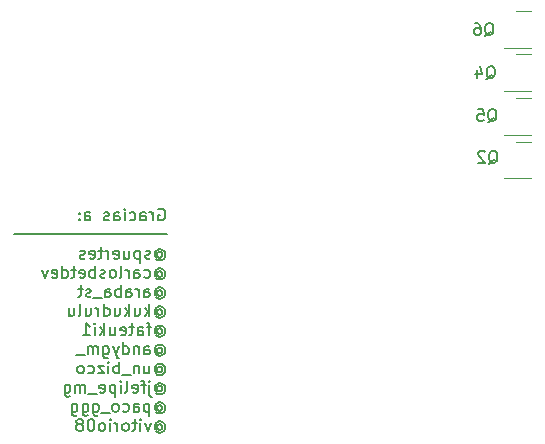
<source format=gbo>
G04 #@! TF.GenerationSoftware,KiCad,Pcbnew,7.0.1*
G04 #@! TF.CreationDate,2023-03-23T23:12:12+01:00*
G04 #@! TF.ProjectId,solarScavenger,736f6c61-7253-4636-9176-656e6765722e,rev?*
G04 #@! TF.SameCoordinates,Original*
G04 #@! TF.FileFunction,Legend,Bot*
G04 #@! TF.FilePolarity,Positive*
%FSLAX46Y46*%
G04 Gerber Fmt 4.6, Leading zero omitted, Abs format (unit mm)*
G04 Created by KiCad (PCBNEW 7.0.1) date 2023-03-23 23:12:12*
%MOMM*%
%LPD*%
G01*
G04 APERTURE LIST*
%ADD10C,0.150000*%
%ADD11C,0.120000*%
G04 APERTURE END LIST*
D10*
X-46278800Y1955800D02*
X-59232800Y1955800D01*
X-46989905Y4061162D02*
X-46894667Y4108781D01*
X-46894667Y4108781D02*
X-46751810Y4108781D01*
X-46751810Y4108781D02*
X-46608953Y4061162D01*
X-46608953Y4061162D02*
X-46513715Y3965924D01*
X-46513715Y3965924D02*
X-46466096Y3870686D01*
X-46466096Y3870686D02*
X-46418477Y3680210D01*
X-46418477Y3680210D02*
X-46418477Y3537353D01*
X-46418477Y3537353D02*
X-46466096Y3346877D01*
X-46466096Y3346877D02*
X-46513715Y3251639D01*
X-46513715Y3251639D02*
X-46608953Y3156400D01*
X-46608953Y3156400D02*
X-46751810Y3108781D01*
X-46751810Y3108781D02*
X-46847048Y3108781D01*
X-46847048Y3108781D02*
X-46989905Y3156400D01*
X-46989905Y3156400D02*
X-47037524Y3204020D01*
X-47037524Y3204020D02*
X-47037524Y3537353D01*
X-47037524Y3537353D02*
X-46847048Y3537353D01*
X-47466096Y3108781D02*
X-47466096Y3775448D01*
X-47466096Y3584972D02*
X-47513715Y3680210D01*
X-47513715Y3680210D02*
X-47561334Y3727829D01*
X-47561334Y3727829D02*
X-47656572Y3775448D01*
X-47656572Y3775448D02*
X-47751810Y3775448D01*
X-48513715Y3108781D02*
X-48513715Y3632591D01*
X-48513715Y3632591D02*
X-48466096Y3727829D01*
X-48466096Y3727829D02*
X-48370858Y3775448D01*
X-48370858Y3775448D02*
X-48180382Y3775448D01*
X-48180382Y3775448D02*
X-48085144Y3727829D01*
X-48513715Y3156400D02*
X-48418477Y3108781D01*
X-48418477Y3108781D02*
X-48180382Y3108781D01*
X-48180382Y3108781D02*
X-48085144Y3156400D01*
X-48085144Y3156400D02*
X-48037525Y3251639D01*
X-48037525Y3251639D02*
X-48037525Y3346877D01*
X-48037525Y3346877D02*
X-48085144Y3442115D01*
X-48085144Y3442115D02*
X-48180382Y3489734D01*
X-48180382Y3489734D02*
X-48418477Y3489734D01*
X-48418477Y3489734D02*
X-48513715Y3537353D01*
X-49418477Y3156400D02*
X-49323239Y3108781D01*
X-49323239Y3108781D02*
X-49132763Y3108781D01*
X-49132763Y3108781D02*
X-49037525Y3156400D01*
X-49037525Y3156400D02*
X-48989906Y3204020D01*
X-48989906Y3204020D02*
X-48942287Y3299258D01*
X-48942287Y3299258D02*
X-48942287Y3584972D01*
X-48942287Y3584972D02*
X-48989906Y3680210D01*
X-48989906Y3680210D02*
X-49037525Y3727829D01*
X-49037525Y3727829D02*
X-49132763Y3775448D01*
X-49132763Y3775448D02*
X-49323239Y3775448D01*
X-49323239Y3775448D02*
X-49418477Y3727829D01*
X-49847049Y3108781D02*
X-49847049Y3775448D01*
X-49847049Y4108781D02*
X-49799430Y4061162D01*
X-49799430Y4061162D02*
X-49847049Y4013543D01*
X-49847049Y4013543D02*
X-49894668Y4061162D01*
X-49894668Y4061162D02*
X-49847049Y4108781D01*
X-49847049Y4108781D02*
X-49847049Y4013543D01*
X-50751810Y3108781D02*
X-50751810Y3632591D01*
X-50751810Y3632591D02*
X-50704191Y3727829D01*
X-50704191Y3727829D02*
X-50608953Y3775448D01*
X-50608953Y3775448D02*
X-50418477Y3775448D01*
X-50418477Y3775448D02*
X-50323239Y3727829D01*
X-50751810Y3156400D02*
X-50656572Y3108781D01*
X-50656572Y3108781D02*
X-50418477Y3108781D01*
X-50418477Y3108781D02*
X-50323239Y3156400D01*
X-50323239Y3156400D02*
X-50275620Y3251639D01*
X-50275620Y3251639D02*
X-50275620Y3346877D01*
X-50275620Y3346877D02*
X-50323239Y3442115D01*
X-50323239Y3442115D02*
X-50418477Y3489734D01*
X-50418477Y3489734D02*
X-50656572Y3489734D01*
X-50656572Y3489734D02*
X-50751810Y3537353D01*
X-51180382Y3156400D02*
X-51275620Y3108781D01*
X-51275620Y3108781D02*
X-51466096Y3108781D01*
X-51466096Y3108781D02*
X-51561334Y3156400D01*
X-51561334Y3156400D02*
X-51608953Y3251639D01*
X-51608953Y3251639D02*
X-51608953Y3299258D01*
X-51608953Y3299258D02*
X-51561334Y3394496D01*
X-51561334Y3394496D02*
X-51466096Y3442115D01*
X-51466096Y3442115D02*
X-51323239Y3442115D01*
X-51323239Y3442115D02*
X-51228001Y3489734D01*
X-51228001Y3489734D02*
X-51180382Y3584972D01*
X-51180382Y3584972D02*
X-51180382Y3632591D01*
X-51180382Y3632591D02*
X-51228001Y3727829D01*
X-51228001Y3727829D02*
X-51323239Y3775448D01*
X-51323239Y3775448D02*
X-51466096Y3775448D01*
X-51466096Y3775448D02*
X-51561334Y3727829D01*
X-53228001Y3108781D02*
X-53228001Y3632591D01*
X-53228001Y3632591D02*
X-53180382Y3727829D01*
X-53180382Y3727829D02*
X-53085144Y3775448D01*
X-53085144Y3775448D02*
X-52894668Y3775448D01*
X-52894668Y3775448D02*
X-52799430Y3727829D01*
X-53228001Y3156400D02*
X-53132763Y3108781D01*
X-53132763Y3108781D02*
X-52894668Y3108781D01*
X-52894668Y3108781D02*
X-52799430Y3156400D01*
X-52799430Y3156400D02*
X-52751811Y3251639D01*
X-52751811Y3251639D02*
X-52751811Y3346877D01*
X-52751811Y3346877D02*
X-52799430Y3442115D01*
X-52799430Y3442115D02*
X-52894668Y3489734D01*
X-52894668Y3489734D02*
X-53132763Y3489734D01*
X-53132763Y3489734D02*
X-53228001Y3537353D01*
X-53704192Y3204020D02*
X-53751811Y3156400D01*
X-53751811Y3156400D02*
X-53704192Y3108781D01*
X-53704192Y3108781D02*
X-53656573Y3156400D01*
X-53656573Y3156400D02*
X-53704192Y3204020D01*
X-53704192Y3204020D02*
X-53704192Y3108781D01*
X-53704192Y3727829D02*
X-53751811Y3680210D01*
X-53751811Y3680210D02*
X-53704192Y3632591D01*
X-53704192Y3632591D02*
X-53656573Y3680210D01*
X-53656573Y3680210D02*
X-53704192Y3727829D01*
X-53704192Y3727829D02*
X-53704192Y3632591D01*
X-47085143Y344972D02*
X-47037524Y392591D01*
X-47037524Y392591D02*
X-46942286Y440210D01*
X-46942286Y440210D02*
X-46847048Y440210D01*
X-46847048Y440210D02*
X-46751810Y392591D01*
X-46751810Y392591D02*
X-46704191Y344972D01*
X-46704191Y344972D02*
X-46656572Y249734D01*
X-46656572Y249734D02*
X-46656572Y154496D01*
X-46656572Y154496D02*
X-46704191Y59258D01*
X-46704191Y59258D02*
X-46751810Y11639D01*
X-46751810Y11639D02*
X-46847048Y-35980D01*
X-46847048Y-35980D02*
X-46942286Y-35980D01*
X-46942286Y-35980D02*
X-47037524Y11639D01*
X-47037524Y11639D02*
X-47085143Y59258D01*
X-47085143Y440210D02*
X-47085143Y59258D01*
X-47085143Y59258D02*
X-47132762Y11639D01*
X-47132762Y11639D02*
X-47180381Y11639D01*
X-47180381Y11639D02*
X-47275620Y59258D01*
X-47275620Y59258D02*
X-47323239Y154496D01*
X-47323239Y154496D02*
X-47323239Y392591D01*
X-47323239Y392591D02*
X-47228000Y535448D01*
X-47228000Y535448D02*
X-47085143Y630686D01*
X-47085143Y630686D02*
X-46894667Y678305D01*
X-46894667Y678305D02*
X-46704191Y630686D01*
X-46704191Y630686D02*
X-46561334Y535448D01*
X-46561334Y535448D02*
X-46466096Y392591D01*
X-46466096Y392591D02*
X-46418477Y202115D01*
X-46418477Y202115D02*
X-46466096Y11639D01*
X-46466096Y11639D02*
X-46561334Y-131219D01*
X-46561334Y-131219D02*
X-46704191Y-226457D01*
X-46704191Y-226457D02*
X-46894667Y-274076D01*
X-46894667Y-274076D02*
X-47085143Y-226457D01*
X-47085143Y-226457D02*
X-47228000Y-131219D01*
X-47704191Y-83600D02*
X-47799429Y-131219D01*
X-47799429Y-131219D02*
X-47989905Y-131219D01*
X-47989905Y-131219D02*
X-48085143Y-83600D01*
X-48085143Y-83600D02*
X-48132762Y11639D01*
X-48132762Y11639D02*
X-48132762Y59258D01*
X-48132762Y59258D02*
X-48085143Y154496D01*
X-48085143Y154496D02*
X-47989905Y202115D01*
X-47989905Y202115D02*
X-47847048Y202115D01*
X-47847048Y202115D02*
X-47751810Y249734D01*
X-47751810Y249734D02*
X-47704191Y344972D01*
X-47704191Y344972D02*
X-47704191Y392591D01*
X-47704191Y392591D02*
X-47751810Y487829D01*
X-47751810Y487829D02*
X-47847048Y535448D01*
X-47847048Y535448D02*
X-47989905Y535448D01*
X-47989905Y535448D02*
X-48085143Y487829D01*
X-48561334Y535448D02*
X-48561334Y-464552D01*
X-48561334Y487829D02*
X-48656572Y535448D01*
X-48656572Y535448D02*
X-48847048Y535448D01*
X-48847048Y535448D02*
X-48942286Y487829D01*
X-48942286Y487829D02*
X-48989905Y440210D01*
X-48989905Y440210D02*
X-49037524Y344972D01*
X-49037524Y344972D02*
X-49037524Y59258D01*
X-49037524Y59258D02*
X-48989905Y-35980D01*
X-48989905Y-35980D02*
X-48942286Y-83600D01*
X-48942286Y-83600D02*
X-48847048Y-131219D01*
X-48847048Y-131219D02*
X-48656572Y-131219D01*
X-48656572Y-131219D02*
X-48561334Y-83600D01*
X-49894667Y535448D02*
X-49894667Y-131219D01*
X-49466096Y535448D02*
X-49466096Y11639D01*
X-49466096Y11639D02*
X-49513715Y-83600D01*
X-49513715Y-83600D02*
X-49608953Y-131219D01*
X-49608953Y-131219D02*
X-49751810Y-131219D01*
X-49751810Y-131219D02*
X-49847048Y-83600D01*
X-49847048Y-83600D02*
X-49894667Y-35980D01*
X-50751810Y-83600D02*
X-50656572Y-131219D01*
X-50656572Y-131219D02*
X-50466096Y-131219D01*
X-50466096Y-131219D02*
X-50370858Y-83600D01*
X-50370858Y-83600D02*
X-50323239Y11639D01*
X-50323239Y11639D02*
X-50323239Y392591D01*
X-50323239Y392591D02*
X-50370858Y487829D01*
X-50370858Y487829D02*
X-50466096Y535448D01*
X-50466096Y535448D02*
X-50656572Y535448D01*
X-50656572Y535448D02*
X-50751810Y487829D01*
X-50751810Y487829D02*
X-50799429Y392591D01*
X-50799429Y392591D02*
X-50799429Y297353D01*
X-50799429Y297353D02*
X-50323239Y202115D01*
X-51228001Y-131219D02*
X-51228001Y535448D01*
X-51228001Y344972D02*
X-51275620Y440210D01*
X-51275620Y440210D02*
X-51323239Y487829D01*
X-51323239Y487829D02*
X-51418477Y535448D01*
X-51418477Y535448D02*
X-51513715Y535448D01*
X-51704192Y535448D02*
X-52085144Y535448D01*
X-51847049Y868781D02*
X-51847049Y11639D01*
X-51847049Y11639D02*
X-51894668Y-83600D01*
X-51894668Y-83600D02*
X-51989906Y-131219D01*
X-51989906Y-131219D02*
X-52085144Y-131219D01*
X-52799430Y-83600D02*
X-52704192Y-131219D01*
X-52704192Y-131219D02*
X-52513716Y-131219D01*
X-52513716Y-131219D02*
X-52418478Y-83600D01*
X-52418478Y-83600D02*
X-52370859Y11639D01*
X-52370859Y11639D02*
X-52370859Y392591D01*
X-52370859Y392591D02*
X-52418478Y487829D01*
X-52418478Y487829D02*
X-52513716Y535448D01*
X-52513716Y535448D02*
X-52704192Y535448D01*
X-52704192Y535448D02*
X-52799430Y487829D01*
X-52799430Y487829D02*
X-52847049Y392591D01*
X-52847049Y392591D02*
X-52847049Y297353D01*
X-52847049Y297353D02*
X-52370859Y202115D01*
X-53228002Y-83600D02*
X-53323240Y-131219D01*
X-53323240Y-131219D02*
X-53513716Y-131219D01*
X-53513716Y-131219D02*
X-53608954Y-83600D01*
X-53608954Y-83600D02*
X-53656573Y11639D01*
X-53656573Y11639D02*
X-53656573Y59258D01*
X-53656573Y59258D02*
X-53608954Y154496D01*
X-53608954Y154496D02*
X-53513716Y202115D01*
X-53513716Y202115D02*
X-53370859Y202115D01*
X-53370859Y202115D02*
X-53275621Y249734D01*
X-53275621Y249734D02*
X-53228002Y344972D01*
X-53228002Y344972D02*
X-53228002Y392591D01*
X-53228002Y392591D02*
X-53275621Y487829D01*
X-53275621Y487829D02*
X-53370859Y535448D01*
X-53370859Y535448D02*
X-53513716Y535448D01*
X-53513716Y535448D02*
X-53608954Y487829D01*
X-47085143Y-1275028D02*
X-47037524Y-1227409D01*
X-47037524Y-1227409D02*
X-46942286Y-1179790D01*
X-46942286Y-1179790D02*
X-46847048Y-1179790D01*
X-46847048Y-1179790D02*
X-46751810Y-1227409D01*
X-46751810Y-1227409D02*
X-46704191Y-1275028D01*
X-46704191Y-1275028D02*
X-46656572Y-1370266D01*
X-46656572Y-1370266D02*
X-46656572Y-1465504D01*
X-46656572Y-1465504D02*
X-46704191Y-1560742D01*
X-46704191Y-1560742D02*
X-46751810Y-1608361D01*
X-46751810Y-1608361D02*
X-46847048Y-1655980D01*
X-46847048Y-1655980D02*
X-46942286Y-1655980D01*
X-46942286Y-1655980D02*
X-47037524Y-1608361D01*
X-47037524Y-1608361D02*
X-47085143Y-1560742D01*
X-47085143Y-1179790D02*
X-47085143Y-1560742D01*
X-47085143Y-1560742D02*
X-47132762Y-1608361D01*
X-47132762Y-1608361D02*
X-47180381Y-1608361D01*
X-47180381Y-1608361D02*
X-47275620Y-1560742D01*
X-47275620Y-1560742D02*
X-47323239Y-1465504D01*
X-47323239Y-1465504D02*
X-47323239Y-1227409D01*
X-47323239Y-1227409D02*
X-47228000Y-1084552D01*
X-47228000Y-1084552D02*
X-47085143Y-989314D01*
X-47085143Y-989314D02*
X-46894667Y-941695D01*
X-46894667Y-941695D02*
X-46704191Y-989314D01*
X-46704191Y-989314D02*
X-46561334Y-1084552D01*
X-46561334Y-1084552D02*
X-46466096Y-1227409D01*
X-46466096Y-1227409D02*
X-46418477Y-1417885D01*
X-46418477Y-1417885D02*
X-46466096Y-1608361D01*
X-46466096Y-1608361D02*
X-46561334Y-1751219D01*
X-46561334Y-1751219D02*
X-46704191Y-1846457D01*
X-46704191Y-1846457D02*
X-46894667Y-1894076D01*
X-46894667Y-1894076D02*
X-47085143Y-1846457D01*
X-47085143Y-1846457D02*
X-47228000Y-1751219D01*
X-48180381Y-1703600D02*
X-48085143Y-1751219D01*
X-48085143Y-1751219D02*
X-47894667Y-1751219D01*
X-47894667Y-1751219D02*
X-47799429Y-1703600D01*
X-47799429Y-1703600D02*
X-47751810Y-1655980D01*
X-47751810Y-1655980D02*
X-47704191Y-1560742D01*
X-47704191Y-1560742D02*
X-47704191Y-1275028D01*
X-47704191Y-1275028D02*
X-47751810Y-1179790D01*
X-47751810Y-1179790D02*
X-47799429Y-1132171D01*
X-47799429Y-1132171D02*
X-47894667Y-1084552D01*
X-47894667Y-1084552D02*
X-48085143Y-1084552D01*
X-48085143Y-1084552D02*
X-48180381Y-1132171D01*
X-49037524Y-1751219D02*
X-49037524Y-1227409D01*
X-49037524Y-1227409D02*
X-48989905Y-1132171D01*
X-48989905Y-1132171D02*
X-48894667Y-1084552D01*
X-48894667Y-1084552D02*
X-48704191Y-1084552D01*
X-48704191Y-1084552D02*
X-48608953Y-1132171D01*
X-49037524Y-1703600D02*
X-48942286Y-1751219D01*
X-48942286Y-1751219D02*
X-48704191Y-1751219D01*
X-48704191Y-1751219D02*
X-48608953Y-1703600D01*
X-48608953Y-1703600D02*
X-48561334Y-1608361D01*
X-48561334Y-1608361D02*
X-48561334Y-1513123D01*
X-48561334Y-1513123D02*
X-48608953Y-1417885D01*
X-48608953Y-1417885D02*
X-48704191Y-1370266D01*
X-48704191Y-1370266D02*
X-48942286Y-1370266D01*
X-48942286Y-1370266D02*
X-49037524Y-1322647D01*
X-49513715Y-1751219D02*
X-49513715Y-1084552D01*
X-49513715Y-1275028D02*
X-49561334Y-1179790D01*
X-49561334Y-1179790D02*
X-49608953Y-1132171D01*
X-49608953Y-1132171D02*
X-49704191Y-1084552D01*
X-49704191Y-1084552D02*
X-49799429Y-1084552D01*
X-50275620Y-1751219D02*
X-50180382Y-1703600D01*
X-50180382Y-1703600D02*
X-50132763Y-1608361D01*
X-50132763Y-1608361D02*
X-50132763Y-751219D01*
X-50799430Y-1751219D02*
X-50704192Y-1703600D01*
X-50704192Y-1703600D02*
X-50656573Y-1655980D01*
X-50656573Y-1655980D02*
X-50608954Y-1560742D01*
X-50608954Y-1560742D02*
X-50608954Y-1275028D01*
X-50608954Y-1275028D02*
X-50656573Y-1179790D01*
X-50656573Y-1179790D02*
X-50704192Y-1132171D01*
X-50704192Y-1132171D02*
X-50799430Y-1084552D01*
X-50799430Y-1084552D02*
X-50942287Y-1084552D01*
X-50942287Y-1084552D02*
X-51037525Y-1132171D01*
X-51037525Y-1132171D02*
X-51085144Y-1179790D01*
X-51085144Y-1179790D02*
X-51132763Y-1275028D01*
X-51132763Y-1275028D02*
X-51132763Y-1560742D01*
X-51132763Y-1560742D02*
X-51085144Y-1655980D01*
X-51085144Y-1655980D02*
X-51037525Y-1703600D01*
X-51037525Y-1703600D02*
X-50942287Y-1751219D01*
X-50942287Y-1751219D02*
X-50799430Y-1751219D01*
X-51513716Y-1703600D02*
X-51608954Y-1751219D01*
X-51608954Y-1751219D02*
X-51799430Y-1751219D01*
X-51799430Y-1751219D02*
X-51894668Y-1703600D01*
X-51894668Y-1703600D02*
X-51942287Y-1608361D01*
X-51942287Y-1608361D02*
X-51942287Y-1560742D01*
X-51942287Y-1560742D02*
X-51894668Y-1465504D01*
X-51894668Y-1465504D02*
X-51799430Y-1417885D01*
X-51799430Y-1417885D02*
X-51656573Y-1417885D01*
X-51656573Y-1417885D02*
X-51561335Y-1370266D01*
X-51561335Y-1370266D02*
X-51513716Y-1275028D01*
X-51513716Y-1275028D02*
X-51513716Y-1227409D01*
X-51513716Y-1227409D02*
X-51561335Y-1132171D01*
X-51561335Y-1132171D02*
X-51656573Y-1084552D01*
X-51656573Y-1084552D02*
X-51799430Y-1084552D01*
X-51799430Y-1084552D02*
X-51894668Y-1132171D01*
X-52370859Y-1751219D02*
X-52370859Y-751219D01*
X-52370859Y-1132171D02*
X-52466097Y-1084552D01*
X-52466097Y-1084552D02*
X-52656573Y-1084552D01*
X-52656573Y-1084552D02*
X-52751811Y-1132171D01*
X-52751811Y-1132171D02*
X-52799430Y-1179790D01*
X-52799430Y-1179790D02*
X-52847049Y-1275028D01*
X-52847049Y-1275028D02*
X-52847049Y-1560742D01*
X-52847049Y-1560742D02*
X-52799430Y-1655980D01*
X-52799430Y-1655980D02*
X-52751811Y-1703600D01*
X-52751811Y-1703600D02*
X-52656573Y-1751219D01*
X-52656573Y-1751219D02*
X-52466097Y-1751219D01*
X-52466097Y-1751219D02*
X-52370859Y-1703600D01*
X-53656573Y-1703600D02*
X-53561335Y-1751219D01*
X-53561335Y-1751219D02*
X-53370859Y-1751219D01*
X-53370859Y-1751219D02*
X-53275621Y-1703600D01*
X-53275621Y-1703600D02*
X-53228002Y-1608361D01*
X-53228002Y-1608361D02*
X-53228002Y-1227409D01*
X-53228002Y-1227409D02*
X-53275621Y-1132171D01*
X-53275621Y-1132171D02*
X-53370859Y-1084552D01*
X-53370859Y-1084552D02*
X-53561335Y-1084552D01*
X-53561335Y-1084552D02*
X-53656573Y-1132171D01*
X-53656573Y-1132171D02*
X-53704192Y-1227409D01*
X-53704192Y-1227409D02*
X-53704192Y-1322647D01*
X-53704192Y-1322647D02*
X-53228002Y-1417885D01*
X-53989907Y-1084552D02*
X-54370859Y-1084552D01*
X-54132764Y-751219D02*
X-54132764Y-1608361D01*
X-54132764Y-1608361D02*
X-54180383Y-1703600D01*
X-54180383Y-1703600D02*
X-54275621Y-1751219D01*
X-54275621Y-1751219D02*
X-54370859Y-1751219D01*
X-55132764Y-1751219D02*
X-55132764Y-751219D01*
X-55132764Y-1703600D02*
X-55037526Y-1751219D01*
X-55037526Y-1751219D02*
X-54847050Y-1751219D01*
X-54847050Y-1751219D02*
X-54751812Y-1703600D01*
X-54751812Y-1703600D02*
X-54704193Y-1655980D01*
X-54704193Y-1655980D02*
X-54656574Y-1560742D01*
X-54656574Y-1560742D02*
X-54656574Y-1275028D01*
X-54656574Y-1275028D02*
X-54704193Y-1179790D01*
X-54704193Y-1179790D02*
X-54751812Y-1132171D01*
X-54751812Y-1132171D02*
X-54847050Y-1084552D01*
X-54847050Y-1084552D02*
X-55037526Y-1084552D01*
X-55037526Y-1084552D02*
X-55132764Y-1132171D01*
X-55989907Y-1703600D02*
X-55894669Y-1751219D01*
X-55894669Y-1751219D02*
X-55704193Y-1751219D01*
X-55704193Y-1751219D02*
X-55608955Y-1703600D01*
X-55608955Y-1703600D02*
X-55561336Y-1608361D01*
X-55561336Y-1608361D02*
X-55561336Y-1227409D01*
X-55561336Y-1227409D02*
X-55608955Y-1132171D01*
X-55608955Y-1132171D02*
X-55704193Y-1084552D01*
X-55704193Y-1084552D02*
X-55894669Y-1084552D01*
X-55894669Y-1084552D02*
X-55989907Y-1132171D01*
X-55989907Y-1132171D02*
X-56037526Y-1227409D01*
X-56037526Y-1227409D02*
X-56037526Y-1322647D01*
X-56037526Y-1322647D02*
X-55561336Y-1417885D01*
X-56370860Y-1084552D02*
X-56608955Y-1751219D01*
X-56608955Y-1751219D02*
X-56847050Y-1084552D01*
X-47085143Y-2895028D02*
X-47037524Y-2847409D01*
X-47037524Y-2847409D02*
X-46942286Y-2799790D01*
X-46942286Y-2799790D02*
X-46847048Y-2799790D01*
X-46847048Y-2799790D02*
X-46751810Y-2847409D01*
X-46751810Y-2847409D02*
X-46704191Y-2895028D01*
X-46704191Y-2895028D02*
X-46656572Y-2990266D01*
X-46656572Y-2990266D02*
X-46656572Y-3085504D01*
X-46656572Y-3085504D02*
X-46704191Y-3180742D01*
X-46704191Y-3180742D02*
X-46751810Y-3228361D01*
X-46751810Y-3228361D02*
X-46847048Y-3275980D01*
X-46847048Y-3275980D02*
X-46942286Y-3275980D01*
X-46942286Y-3275980D02*
X-47037524Y-3228361D01*
X-47037524Y-3228361D02*
X-47085143Y-3180742D01*
X-47085143Y-2799790D02*
X-47085143Y-3180742D01*
X-47085143Y-3180742D02*
X-47132762Y-3228361D01*
X-47132762Y-3228361D02*
X-47180381Y-3228361D01*
X-47180381Y-3228361D02*
X-47275620Y-3180742D01*
X-47275620Y-3180742D02*
X-47323239Y-3085504D01*
X-47323239Y-3085504D02*
X-47323239Y-2847409D01*
X-47323239Y-2847409D02*
X-47228000Y-2704552D01*
X-47228000Y-2704552D02*
X-47085143Y-2609314D01*
X-47085143Y-2609314D02*
X-46894667Y-2561695D01*
X-46894667Y-2561695D02*
X-46704191Y-2609314D01*
X-46704191Y-2609314D02*
X-46561334Y-2704552D01*
X-46561334Y-2704552D02*
X-46466096Y-2847409D01*
X-46466096Y-2847409D02*
X-46418477Y-3037885D01*
X-46418477Y-3037885D02*
X-46466096Y-3228361D01*
X-46466096Y-3228361D02*
X-46561334Y-3371219D01*
X-46561334Y-3371219D02*
X-46704191Y-3466457D01*
X-46704191Y-3466457D02*
X-46894667Y-3514076D01*
X-46894667Y-3514076D02*
X-47085143Y-3466457D01*
X-47085143Y-3466457D02*
X-47228000Y-3371219D01*
X-48180381Y-3371219D02*
X-48180381Y-2847409D01*
X-48180381Y-2847409D02*
X-48132762Y-2752171D01*
X-48132762Y-2752171D02*
X-48037524Y-2704552D01*
X-48037524Y-2704552D02*
X-47847048Y-2704552D01*
X-47847048Y-2704552D02*
X-47751810Y-2752171D01*
X-48180381Y-3323600D02*
X-48085143Y-3371219D01*
X-48085143Y-3371219D02*
X-47847048Y-3371219D01*
X-47847048Y-3371219D02*
X-47751810Y-3323600D01*
X-47751810Y-3323600D02*
X-47704191Y-3228361D01*
X-47704191Y-3228361D02*
X-47704191Y-3133123D01*
X-47704191Y-3133123D02*
X-47751810Y-3037885D01*
X-47751810Y-3037885D02*
X-47847048Y-2990266D01*
X-47847048Y-2990266D02*
X-48085143Y-2990266D01*
X-48085143Y-2990266D02*
X-48180381Y-2942647D01*
X-48656572Y-3371219D02*
X-48656572Y-2704552D01*
X-48656572Y-2895028D02*
X-48704191Y-2799790D01*
X-48704191Y-2799790D02*
X-48751810Y-2752171D01*
X-48751810Y-2752171D02*
X-48847048Y-2704552D01*
X-48847048Y-2704552D02*
X-48942286Y-2704552D01*
X-49704191Y-3371219D02*
X-49704191Y-2847409D01*
X-49704191Y-2847409D02*
X-49656572Y-2752171D01*
X-49656572Y-2752171D02*
X-49561334Y-2704552D01*
X-49561334Y-2704552D02*
X-49370858Y-2704552D01*
X-49370858Y-2704552D02*
X-49275620Y-2752171D01*
X-49704191Y-3323600D02*
X-49608953Y-3371219D01*
X-49608953Y-3371219D02*
X-49370858Y-3371219D01*
X-49370858Y-3371219D02*
X-49275620Y-3323600D01*
X-49275620Y-3323600D02*
X-49228001Y-3228361D01*
X-49228001Y-3228361D02*
X-49228001Y-3133123D01*
X-49228001Y-3133123D02*
X-49275620Y-3037885D01*
X-49275620Y-3037885D02*
X-49370858Y-2990266D01*
X-49370858Y-2990266D02*
X-49608953Y-2990266D01*
X-49608953Y-2990266D02*
X-49704191Y-2942647D01*
X-50180382Y-3371219D02*
X-50180382Y-2371219D01*
X-50180382Y-2752171D02*
X-50275620Y-2704552D01*
X-50275620Y-2704552D02*
X-50466096Y-2704552D01*
X-50466096Y-2704552D02*
X-50561334Y-2752171D01*
X-50561334Y-2752171D02*
X-50608953Y-2799790D01*
X-50608953Y-2799790D02*
X-50656572Y-2895028D01*
X-50656572Y-2895028D02*
X-50656572Y-3180742D01*
X-50656572Y-3180742D02*
X-50608953Y-3275980D01*
X-50608953Y-3275980D02*
X-50561334Y-3323600D01*
X-50561334Y-3323600D02*
X-50466096Y-3371219D01*
X-50466096Y-3371219D02*
X-50275620Y-3371219D01*
X-50275620Y-3371219D02*
X-50180382Y-3323600D01*
X-51513715Y-3371219D02*
X-51513715Y-2847409D01*
X-51513715Y-2847409D02*
X-51466096Y-2752171D01*
X-51466096Y-2752171D02*
X-51370858Y-2704552D01*
X-51370858Y-2704552D02*
X-51180382Y-2704552D01*
X-51180382Y-2704552D02*
X-51085144Y-2752171D01*
X-51513715Y-3323600D02*
X-51418477Y-3371219D01*
X-51418477Y-3371219D02*
X-51180382Y-3371219D01*
X-51180382Y-3371219D02*
X-51085144Y-3323600D01*
X-51085144Y-3323600D02*
X-51037525Y-3228361D01*
X-51037525Y-3228361D02*
X-51037525Y-3133123D01*
X-51037525Y-3133123D02*
X-51085144Y-3037885D01*
X-51085144Y-3037885D02*
X-51180382Y-2990266D01*
X-51180382Y-2990266D02*
X-51418477Y-2990266D01*
X-51418477Y-2990266D02*
X-51513715Y-2942647D01*
X-51751810Y-3466457D02*
X-52513715Y-3466457D01*
X-52704192Y-3323600D02*
X-52799430Y-3371219D01*
X-52799430Y-3371219D02*
X-52989906Y-3371219D01*
X-52989906Y-3371219D02*
X-53085144Y-3323600D01*
X-53085144Y-3323600D02*
X-53132763Y-3228361D01*
X-53132763Y-3228361D02*
X-53132763Y-3180742D01*
X-53132763Y-3180742D02*
X-53085144Y-3085504D01*
X-53085144Y-3085504D02*
X-52989906Y-3037885D01*
X-52989906Y-3037885D02*
X-52847049Y-3037885D01*
X-52847049Y-3037885D02*
X-52751811Y-2990266D01*
X-52751811Y-2990266D02*
X-52704192Y-2895028D01*
X-52704192Y-2895028D02*
X-52704192Y-2847409D01*
X-52704192Y-2847409D02*
X-52751811Y-2752171D01*
X-52751811Y-2752171D02*
X-52847049Y-2704552D01*
X-52847049Y-2704552D02*
X-52989906Y-2704552D01*
X-52989906Y-2704552D02*
X-53085144Y-2752171D01*
X-53418478Y-2704552D02*
X-53799430Y-2704552D01*
X-53561335Y-2371219D02*
X-53561335Y-3228361D01*
X-53561335Y-3228361D02*
X-53608954Y-3323600D01*
X-53608954Y-3323600D02*
X-53704192Y-3371219D01*
X-53704192Y-3371219D02*
X-53799430Y-3371219D01*
X-47085143Y-4515028D02*
X-47037524Y-4467409D01*
X-47037524Y-4467409D02*
X-46942286Y-4419790D01*
X-46942286Y-4419790D02*
X-46847048Y-4419790D01*
X-46847048Y-4419790D02*
X-46751810Y-4467409D01*
X-46751810Y-4467409D02*
X-46704191Y-4515028D01*
X-46704191Y-4515028D02*
X-46656572Y-4610266D01*
X-46656572Y-4610266D02*
X-46656572Y-4705504D01*
X-46656572Y-4705504D02*
X-46704191Y-4800742D01*
X-46704191Y-4800742D02*
X-46751810Y-4848361D01*
X-46751810Y-4848361D02*
X-46847048Y-4895980D01*
X-46847048Y-4895980D02*
X-46942286Y-4895980D01*
X-46942286Y-4895980D02*
X-47037524Y-4848361D01*
X-47037524Y-4848361D02*
X-47085143Y-4800742D01*
X-47085143Y-4419790D02*
X-47085143Y-4800742D01*
X-47085143Y-4800742D02*
X-47132762Y-4848361D01*
X-47132762Y-4848361D02*
X-47180381Y-4848361D01*
X-47180381Y-4848361D02*
X-47275620Y-4800742D01*
X-47275620Y-4800742D02*
X-47323239Y-4705504D01*
X-47323239Y-4705504D02*
X-47323239Y-4467409D01*
X-47323239Y-4467409D02*
X-47228000Y-4324552D01*
X-47228000Y-4324552D02*
X-47085143Y-4229314D01*
X-47085143Y-4229314D02*
X-46894667Y-4181695D01*
X-46894667Y-4181695D02*
X-46704191Y-4229314D01*
X-46704191Y-4229314D02*
X-46561334Y-4324552D01*
X-46561334Y-4324552D02*
X-46466096Y-4467409D01*
X-46466096Y-4467409D02*
X-46418477Y-4657885D01*
X-46418477Y-4657885D02*
X-46466096Y-4848361D01*
X-46466096Y-4848361D02*
X-46561334Y-4991219D01*
X-46561334Y-4991219D02*
X-46704191Y-5086457D01*
X-46704191Y-5086457D02*
X-46894667Y-5134076D01*
X-46894667Y-5134076D02*
X-47085143Y-5086457D01*
X-47085143Y-5086457D02*
X-47228000Y-4991219D01*
X-47751810Y-4991219D02*
X-47751810Y-3991219D01*
X-47847048Y-4610266D02*
X-48132762Y-4991219D01*
X-48132762Y-4324552D02*
X-47751810Y-4705504D01*
X-48989905Y-4324552D02*
X-48989905Y-4991219D01*
X-48561334Y-4324552D02*
X-48561334Y-4848361D01*
X-48561334Y-4848361D02*
X-48608953Y-4943600D01*
X-48608953Y-4943600D02*
X-48704191Y-4991219D01*
X-48704191Y-4991219D02*
X-48847048Y-4991219D01*
X-48847048Y-4991219D02*
X-48942286Y-4943600D01*
X-48942286Y-4943600D02*
X-48989905Y-4895980D01*
X-49466096Y-4991219D02*
X-49466096Y-3991219D01*
X-49561334Y-4610266D02*
X-49847048Y-4991219D01*
X-49847048Y-4324552D02*
X-49466096Y-4705504D01*
X-50704191Y-4324552D02*
X-50704191Y-4991219D01*
X-50275620Y-4324552D02*
X-50275620Y-4848361D01*
X-50275620Y-4848361D02*
X-50323239Y-4943600D01*
X-50323239Y-4943600D02*
X-50418477Y-4991219D01*
X-50418477Y-4991219D02*
X-50561334Y-4991219D01*
X-50561334Y-4991219D02*
X-50656572Y-4943600D01*
X-50656572Y-4943600D02*
X-50704191Y-4895980D01*
X-51608953Y-4991219D02*
X-51608953Y-3991219D01*
X-51608953Y-4943600D02*
X-51513715Y-4991219D01*
X-51513715Y-4991219D02*
X-51323239Y-4991219D01*
X-51323239Y-4991219D02*
X-51228001Y-4943600D01*
X-51228001Y-4943600D02*
X-51180382Y-4895980D01*
X-51180382Y-4895980D02*
X-51132763Y-4800742D01*
X-51132763Y-4800742D02*
X-51132763Y-4515028D01*
X-51132763Y-4515028D02*
X-51180382Y-4419790D01*
X-51180382Y-4419790D02*
X-51228001Y-4372171D01*
X-51228001Y-4372171D02*
X-51323239Y-4324552D01*
X-51323239Y-4324552D02*
X-51513715Y-4324552D01*
X-51513715Y-4324552D02*
X-51608953Y-4372171D01*
X-52085144Y-4991219D02*
X-52085144Y-4324552D01*
X-52085144Y-4515028D02*
X-52132763Y-4419790D01*
X-52132763Y-4419790D02*
X-52180382Y-4372171D01*
X-52180382Y-4372171D02*
X-52275620Y-4324552D01*
X-52275620Y-4324552D02*
X-52370858Y-4324552D01*
X-53132763Y-4324552D02*
X-53132763Y-4991219D01*
X-52704192Y-4324552D02*
X-52704192Y-4848361D01*
X-52704192Y-4848361D02*
X-52751811Y-4943600D01*
X-52751811Y-4943600D02*
X-52847049Y-4991219D01*
X-52847049Y-4991219D02*
X-52989906Y-4991219D01*
X-52989906Y-4991219D02*
X-53085144Y-4943600D01*
X-53085144Y-4943600D02*
X-53132763Y-4895980D01*
X-53751811Y-4991219D02*
X-53656573Y-4943600D01*
X-53656573Y-4943600D02*
X-53608954Y-4848361D01*
X-53608954Y-4848361D02*
X-53608954Y-3991219D01*
X-54561335Y-4324552D02*
X-54561335Y-4991219D01*
X-54132764Y-4324552D02*
X-54132764Y-4848361D01*
X-54132764Y-4848361D02*
X-54180383Y-4943600D01*
X-54180383Y-4943600D02*
X-54275621Y-4991219D01*
X-54275621Y-4991219D02*
X-54418478Y-4991219D01*
X-54418478Y-4991219D02*
X-54513716Y-4943600D01*
X-54513716Y-4943600D02*
X-54561335Y-4895980D01*
X-47085143Y-6135028D02*
X-47037524Y-6087409D01*
X-47037524Y-6087409D02*
X-46942286Y-6039790D01*
X-46942286Y-6039790D02*
X-46847048Y-6039790D01*
X-46847048Y-6039790D02*
X-46751810Y-6087409D01*
X-46751810Y-6087409D02*
X-46704191Y-6135028D01*
X-46704191Y-6135028D02*
X-46656572Y-6230266D01*
X-46656572Y-6230266D02*
X-46656572Y-6325504D01*
X-46656572Y-6325504D02*
X-46704191Y-6420742D01*
X-46704191Y-6420742D02*
X-46751810Y-6468361D01*
X-46751810Y-6468361D02*
X-46847048Y-6515980D01*
X-46847048Y-6515980D02*
X-46942286Y-6515980D01*
X-46942286Y-6515980D02*
X-47037524Y-6468361D01*
X-47037524Y-6468361D02*
X-47085143Y-6420742D01*
X-47085143Y-6039790D02*
X-47085143Y-6420742D01*
X-47085143Y-6420742D02*
X-47132762Y-6468361D01*
X-47132762Y-6468361D02*
X-47180381Y-6468361D01*
X-47180381Y-6468361D02*
X-47275620Y-6420742D01*
X-47275620Y-6420742D02*
X-47323239Y-6325504D01*
X-47323239Y-6325504D02*
X-47323239Y-6087409D01*
X-47323239Y-6087409D02*
X-47228000Y-5944552D01*
X-47228000Y-5944552D02*
X-47085143Y-5849314D01*
X-47085143Y-5849314D02*
X-46894667Y-5801695D01*
X-46894667Y-5801695D02*
X-46704191Y-5849314D01*
X-46704191Y-5849314D02*
X-46561334Y-5944552D01*
X-46561334Y-5944552D02*
X-46466096Y-6087409D01*
X-46466096Y-6087409D02*
X-46418477Y-6277885D01*
X-46418477Y-6277885D02*
X-46466096Y-6468361D01*
X-46466096Y-6468361D02*
X-46561334Y-6611219D01*
X-46561334Y-6611219D02*
X-46704191Y-6706457D01*
X-46704191Y-6706457D02*
X-46894667Y-6754076D01*
X-46894667Y-6754076D02*
X-47085143Y-6706457D01*
X-47085143Y-6706457D02*
X-47228000Y-6611219D01*
X-47608953Y-5944552D02*
X-47989905Y-5944552D01*
X-47751810Y-6611219D02*
X-47751810Y-5754076D01*
X-47751810Y-5754076D02*
X-47799429Y-5658838D01*
X-47799429Y-5658838D02*
X-47894667Y-5611219D01*
X-47894667Y-5611219D02*
X-47989905Y-5611219D01*
X-48751810Y-6611219D02*
X-48751810Y-6087409D01*
X-48751810Y-6087409D02*
X-48704191Y-5992171D01*
X-48704191Y-5992171D02*
X-48608953Y-5944552D01*
X-48608953Y-5944552D02*
X-48418477Y-5944552D01*
X-48418477Y-5944552D02*
X-48323239Y-5992171D01*
X-48751810Y-6563600D02*
X-48656572Y-6611219D01*
X-48656572Y-6611219D02*
X-48418477Y-6611219D01*
X-48418477Y-6611219D02*
X-48323239Y-6563600D01*
X-48323239Y-6563600D02*
X-48275620Y-6468361D01*
X-48275620Y-6468361D02*
X-48275620Y-6373123D01*
X-48275620Y-6373123D02*
X-48323239Y-6277885D01*
X-48323239Y-6277885D02*
X-48418477Y-6230266D01*
X-48418477Y-6230266D02*
X-48656572Y-6230266D01*
X-48656572Y-6230266D02*
X-48751810Y-6182647D01*
X-49085144Y-5944552D02*
X-49466096Y-5944552D01*
X-49228001Y-5611219D02*
X-49228001Y-6468361D01*
X-49228001Y-6468361D02*
X-49275620Y-6563600D01*
X-49275620Y-6563600D02*
X-49370858Y-6611219D01*
X-49370858Y-6611219D02*
X-49466096Y-6611219D01*
X-50180382Y-6563600D02*
X-50085144Y-6611219D01*
X-50085144Y-6611219D02*
X-49894668Y-6611219D01*
X-49894668Y-6611219D02*
X-49799430Y-6563600D01*
X-49799430Y-6563600D02*
X-49751811Y-6468361D01*
X-49751811Y-6468361D02*
X-49751811Y-6087409D01*
X-49751811Y-6087409D02*
X-49799430Y-5992171D01*
X-49799430Y-5992171D02*
X-49894668Y-5944552D01*
X-49894668Y-5944552D02*
X-50085144Y-5944552D01*
X-50085144Y-5944552D02*
X-50180382Y-5992171D01*
X-50180382Y-5992171D02*
X-50228001Y-6087409D01*
X-50228001Y-6087409D02*
X-50228001Y-6182647D01*
X-50228001Y-6182647D02*
X-49751811Y-6277885D01*
X-51085144Y-5944552D02*
X-51085144Y-6611219D01*
X-50656573Y-5944552D02*
X-50656573Y-6468361D01*
X-50656573Y-6468361D02*
X-50704192Y-6563600D01*
X-50704192Y-6563600D02*
X-50799430Y-6611219D01*
X-50799430Y-6611219D02*
X-50942287Y-6611219D01*
X-50942287Y-6611219D02*
X-51037525Y-6563600D01*
X-51037525Y-6563600D02*
X-51085144Y-6515980D01*
X-51561335Y-6611219D02*
X-51561335Y-5611219D01*
X-51656573Y-6230266D02*
X-51942287Y-6611219D01*
X-51942287Y-5944552D02*
X-51561335Y-6325504D01*
X-52370859Y-6611219D02*
X-52370859Y-5944552D01*
X-52370859Y-5611219D02*
X-52323240Y-5658838D01*
X-52323240Y-5658838D02*
X-52370859Y-5706457D01*
X-52370859Y-5706457D02*
X-52418478Y-5658838D01*
X-52418478Y-5658838D02*
X-52370859Y-5611219D01*
X-52370859Y-5611219D02*
X-52370859Y-5706457D01*
X-53370858Y-6611219D02*
X-52799430Y-6611219D01*
X-53085144Y-6611219D02*
X-53085144Y-5611219D01*
X-53085144Y-5611219D02*
X-52989906Y-5754076D01*
X-52989906Y-5754076D02*
X-52894668Y-5849314D01*
X-52894668Y-5849314D02*
X-52799430Y-5896933D01*
X-47085143Y-7755028D02*
X-47037524Y-7707409D01*
X-47037524Y-7707409D02*
X-46942286Y-7659790D01*
X-46942286Y-7659790D02*
X-46847048Y-7659790D01*
X-46847048Y-7659790D02*
X-46751810Y-7707409D01*
X-46751810Y-7707409D02*
X-46704191Y-7755028D01*
X-46704191Y-7755028D02*
X-46656572Y-7850266D01*
X-46656572Y-7850266D02*
X-46656572Y-7945504D01*
X-46656572Y-7945504D02*
X-46704191Y-8040742D01*
X-46704191Y-8040742D02*
X-46751810Y-8088361D01*
X-46751810Y-8088361D02*
X-46847048Y-8135980D01*
X-46847048Y-8135980D02*
X-46942286Y-8135980D01*
X-46942286Y-8135980D02*
X-47037524Y-8088361D01*
X-47037524Y-8088361D02*
X-47085143Y-8040742D01*
X-47085143Y-7659790D02*
X-47085143Y-8040742D01*
X-47085143Y-8040742D02*
X-47132762Y-8088361D01*
X-47132762Y-8088361D02*
X-47180381Y-8088361D01*
X-47180381Y-8088361D02*
X-47275620Y-8040742D01*
X-47275620Y-8040742D02*
X-47323239Y-7945504D01*
X-47323239Y-7945504D02*
X-47323239Y-7707409D01*
X-47323239Y-7707409D02*
X-47228000Y-7564552D01*
X-47228000Y-7564552D02*
X-47085143Y-7469314D01*
X-47085143Y-7469314D02*
X-46894667Y-7421695D01*
X-46894667Y-7421695D02*
X-46704191Y-7469314D01*
X-46704191Y-7469314D02*
X-46561334Y-7564552D01*
X-46561334Y-7564552D02*
X-46466096Y-7707409D01*
X-46466096Y-7707409D02*
X-46418477Y-7897885D01*
X-46418477Y-7897885D02*
X-46466096Y-8088361D01*
X-46466096Y-8088361D02*
X-46561334Y-8231219D01*
X-46561334Y-8231219D02*
X-46704191Y-8326457D01*
X-46704191Y-8326457D02*
X-46894667Y-8374076D01*
X-46894667Y-8374076D02*
X-47085143Y-8326457D01*
X-47085143Y-8326457D02*
X-47228000Y-8231219D01*
X-48180381Y-8231219D02*
X-48180381Y-7707409D01*
X-48180381Y-7707409D02*
X-48132762Y-7612171D01*
X-48132762Y-7612171D02*
X-48037524Y-7564552D01*
X-48037524Y-7564552D02*
X-47847048Y-7564552D01*
X-47847048Y-7564552D02*
X-47751810Y-7612171D01*
X-48180381Y-8183600D02*
X-48085143Y-8231219D01*
X-48085143Y-8231219D02*
X-47847048Y-8231219D01*
X-47847048Y-8231219D02*
X-47751810Y-8183600D01*
X-47751810Y-8183600D02*
X-47704191Y-8088361D01*
X-47704191Y-8088361D02*
X-47704191Y-7993123D01*
X-47704191Y-7993123D02*
X-47751810Y-7897885D01*
X-47751810Y-7897885D02*
X-47847048Y-7850266D01*
X-47847048Y-7850266D02*
X-48085143Y-7850266D01*
X-48085143Y-7850266D02*
X-48180381Y-7802647D01*
X-48656572Y-7564552D02*
X-48656572Y-8231219D01*
X-48656572Y-7659790D02*
X-48704191Y-7612171D01*
X-48704191Y-7612171D02*
X-48799429Y-7564552D01*
X-48799429Y-7564552D02*
X-48942286Y-7564552D01*
X-48942286Y-7564552D02*
X-49037524Y-7612171D01*
X-49037524Y-7612171D02*
X-49085143Y-7707409D01*
X-49085143Y-7707409D02*
X-49085143Y-8231219D01*
X-49989905Y-8231219D02*
X-49989905Y-7231219D01*
X-49989905Y-8183600D02*
X-49894667Y-8231219D01*
X-49894667Y-8231219D02*
X-49704191Y-8231219D01*
X-49704191Y-8231219D02*
X-49608953Y-8183600D01*
X-49608953Y-8183600D02*
X-49561334Y-8135980D01*
X-49561334Y-8135980D02*
X-49513715Y-8040742D01*
X-49513715Y-8040742D02*
X-49513715Y-7755028D01*
X-49513715Y-7755028D02*
X-49561334Y-7659790D01*
X-49561334Y-7659790D02*
X-49608953Y-7612171D01*
X-49608953Y-7612171D02*
X-49704191Y-7564552D01*
X-49704191Y-7564552D02*
X-49894667Y-7564552D01*
X-49894667Y-7564552D02*
X-49989905Y-7612171D01*
X-50370858Y-7564552D02*
X-50608953Y-8231219D01*
X-50847048Y-7564552D02*
X-50608953Y-8231219D01*
X-50608953Y-8231219D02*
X-50513715Y-8469314D01*
X-50513715Y-8469314D02*
X-50466096Y-8516933D01*
X-50466096Y-8516933D02*
X-50370858Y-8564552D01*
X-51656572Y-7564552D02*
X-51656572Y-8374076D01*
X-51656572Y-8374076D02*
X-51608953Y-8469314D01*
X-51608953Y-8469314D02*
X-51561334Y-8516933D01*
X-51561334Y-8516933D02*
X-51466096Y-8564552D01*
X-51466096Y-8564552D02*
X-51323239Y-8564552D01*
X-51323239Y-8564552D02*
X-51228001Y-8516933D01*
X-51656572Y-8183600D02*
X-51561334Y-8231219D01*
X-51561334Y-8231219D02*
X-51370858Y-8231219D01*
X-51370858Y-8231219D02*
X-51275620Y-8183600D01*
X-51275620Y-8183600D02*
X-51228001Y-8135980D01*
X-51228001Y-8135980D02*
X-51180382Y-8040742D01*
X-51180382Y-8040742D02*
X-51180382Y-7755028D01*
X-51180382Y-7755028D02*
X-51228001Y-7659790D01*
X-51228001Y-7659790D02*
X-51275620Y-7612171D01*
X-51275620Y-7612171D02*
X-51370858Y-7564552D01*
X-51370858Y-7564552D02*
X-51561334Y-7564552D01*
X-51561334Y-7564552D02*
X-51656572Y-7612171D01*
X-52132763Y-8231219D02*
X-52132763Y-7564552D01*
X-52132763Y-7659790D02*
X-52180382Y-7612171D01*
X-52180382Y-7612171D02*
X-52275620Y-7564552D01*
X-52275620Y-7564552D02*
X-52418477Y-7564552D01*
X-52418477Y-7564552D02*
X-52513715Y-7612171D01*
X-52513715Y-7612171D02*
X-52561334Y-7707409D01*
X-52561334Y-7707409D02*
X-52561334Y-8231219D01*
X-52561334Y-7707409D02*
X-52608953Y-7612171D01*
X-52608953Y-7612171D02*
X-52704191Y-7564552D01*
X-52704191Y-7564552D02*
X-52847048Y-7564552D01*
X-52847048Y-7564552D02*
X-52942287Y-7612171D01*
X-52942287Y-7612171D02*
X-52989906Y-7707409D01*
X-52989906Y-7707409D02*
X-52989906Y-8231219D01*
X-53228000Y-8326457D02*
X-53989905Y-8326457D01*
X-47085143Y-9375028D02*
X-47037524Y-9327409D01*
X-47037524Y-9327409D02*
X-46942286Y-9279790D01*
X-46942286Y-9279790D02*
X-46847048Y-9279790D01*
X-46847048Y-9279790D02*
X-46751810Y-9327409D01*
X-46751810Y-9327409D02*
X-46704191Y-9375028D01*
X-46704191Y-9375028D02*
X-46656572Y-9470266D01*
X-46656572Y-9470266D02*
X-46656572Y-9565504D01*
X-46656572Y-9565504D02*
X-46704191Y-9660742D01*
X-46704191Y-9660742D02*
X-46751810Y-9708361D01*
X-46751810Y-9708361D02*
X-46847048Y-9755980D01*
X-46847048Y-9755980D02*
X-46942286Y-9755980D01*
X-46942286Y-9755980D02*
X-47037524Y-9708361D01*
X-47037524Y-9708361D02*
X-47085143Y-9660742D01*
X-47085143Y-9279790D02*
X-47085143Y-9660742D01*
X-47085143Y-9660742D02*
X-47132762Y-9708361D01*
X-47132762Y-9708361D02*
X-47180381Y-9708361D01*
X-47180381Y-9708361D02*
X-47275620Y-9660742D01*
X-47275620Y-9660742D02*
X-47323239Y-9565504D01*
X-47323239Y-9565504D02*
X-47323239Y-9327409D01*
X-47323239Y-9327409D02*
X-47228000Y-9184552D01*
X-47228000Y-9184552D02*
X-47085143Y-9089314D01*
X-47085143Y-9089314D02*
X-46894667Y-9041695D01*
X-46894667Y-9041695D02*
X-46704191Y-9089314D01*
X-46704191Y-9089314D02*
X-46561334Y-9184552D01*
X-46561334Y-9184552D02*
X-46466096Y-9327409D01*
X-46466096Y-9327409D02*
X-46418477Y-9517885D01*
X-46418477Y-9517885D02*
X-46466096Y-9708361D01*
X-46466096Y-9708361D02*
X-46561334Y-9851219D01*
X-46561334Y-9851219D02*
X-46704191Y-9946457D01*
X-46704191Y-9946457D02*
X-46894667Y-9994076D01*
X-46894667Y-9994076D02*
X-47085143Y-9946457D01*
X-47085143Y-9946457D02*
X-47228000Y-9851219D01*
X-48180381Y-9184552D02*
X-48180381Y-9851219D01*
X-47751810Y-9184552D02*
X-47751810Y-9708361D01*
X-47751810Y-9708361D02*
X-47799429Y-9803600D01*
X-47799429Y-9803600D02*
X-47894667Y-9851219D01*
X-47894667Y-9851219D02*
X-48037524Y-9851219D01*
X-48037524Y-9851219D02*
X-48132762Y-9803600D01*
X-48132762Y-9803600D02*
X-48180381Y-9755980D01*
X-48656572Y-9184552D02*
X-48656572Y-9851219D01*
X-48656572Y-9279790D02*
X-48704191Y-9232171D01*
X-48704191Y-9232171D02*
X-48799429Y-9184552D01*
X-48799429Y-9184552D02*
X-48942286Y-9184552D01*
X-48942286Y-9184552D02*
X-49037524Y-9232171D01*
X-49037524Y-9232171D02*
X-49085143Y-9327409D01*
X-49085143Y-9327409D02*
X-49085143Y-9851219D01*
X-49323238Y-9946457D02*
X-50085143Y-9946457D01*
X-50323239Y-9851219D02*
X-50323239Y-8851219D01*
X-50323239Y-9232171D02*
X-50418477Y-9184552D01*
X-50418477Y-9184552D02*
X-50608953Y-9184552D01*
X-50608953Y-9184552D02*
X-50704191Y-9232171D01*
X-50704191Y-9232171D02*
X-50751810Y-9279790D01*
X-50751810Y-9279790D02*
X-50799429Y-9375028D01*
X-50799429Y-9375028D02*
X-50799429Y-9660742D01*
X-50799429Y-9660742D02*
X-50751810Y-9755980D01*
X-50751810Y-9755980D02*
X-50704191Y-9803600D01*
X-50704191Y-9803600D02*
X-50608953Y-9851219D01*
X-50608953Y-9851219D02*
X-50418477Y-9851219D01*
X-50418477Y-9851219D02*
X-50323239Y-9803600D01*
X-51228001Y-9851219D02*
X-51228001Y-9184552D01*
X-51228001Y-8851219D02*
X-51180382Y-8898838D01*
X-51180382Y-8898838D02*
X-51228001Y-8946457D01*
X-51228001Y-8946457D02*
X-51275620Y-8898838D01*
X-51275620Y-8898838D02*
X-51228001Y-8851219D01*
X-51228001Y-8851219D02*
X-51228001Y-8946457D01*
X-51608953Y-9184552D02*
X-52132762Y-9184552D01*
X-52132762Y-9184552D02*
X-51608953Y-9851219D01*
X-51608953Y-9851219D02*
X-52132762Y-9851219D01*
X-52942286Y-9803600D02*
X-52847048Y-9851219D01*
X-52847048Y-9851219D02*
X-52656572Y-9851219D01*
X-52656572Y-9851219D02*
X-52561334Y-9803600D01*
X-52561334Y-9803600D02*
X-52513715Y-9755980D01*
X-52513715Y-9755980D02*
X-52466096Y-9660742D01*
X-52466096Y-9660742D02*
X-52466096Y-9375028D01*
X-52466096Y-9375028D02*
X-52513715Y-9279790D01*
X-52513715Y-9279790D02*
X-52561334Y-9232171D01*
X-52561334Y-9232171D02*
X-52656572Y-9184552D01*
X-52656572Y-9184552D02*
X-52847048Y-9184552D01*
X-52847048Y-9184552D02*
X-52942286Y-9232171D01*
X-53513715Y-9851219D02*
X-53418477Y-9803600D01*
X-53418477Y-9803600D02*
X-53370858Y-9755980D01*
X-53370858Y-9755980D02*
X-53323239Y-9660742D01*
X-53323239Y-9660742D02*
X-53323239Y-9375028D01*
X-53323239Y-9375028D02*
X-53370858Y-9279790D01*
X-53370858Y-9279790D02*
X-53418477Y-9232171D01*
X-53418477Y-9232171D02*
X-53513715Y-9184552D01*
X-53513715Y-9184552D02*
X-53656572Y-9184552D01*
X-53656572Y-9184552D02*
X-53751810Y-9232171D01*
X-53751810Y-9232171D02*
X-53799429Y-9279790D01*
X-53799429Y-9279790D02*
X-53847048Y-9375028D01*
X-53847048Y-9375028D02*
X-53847048Y-9660742D01*
X-53847048Y-9660742D02*
X-53799429Y-9755980D01*
X-53799429Y-9755980D02*
X-53751810Y-9803600D01*
X-53751810Y-9803600D02*
X-53656572Y-9851219D01*
X-53656572Y-9851219D02*
X-53513715Y-9851219D01*
X-47085143Y-10995028D02*
X-47037524Y-10947409D01*
X-47037524Y-10947409D02*
X-46942286Y-10899790D01*
X-46942286Y-10899790D02*
X-46847048Y-10899790D01*
X-46847048Y-10899790D02*
X-46751810Y-10947409D01*
X-46751810Y-10947409D02*
X-46704191Y-10995028D01*
X-46704191Y-10995028D02*
X-46656572Y-11090266D01*
X-46656572Y-11090266D02*
X-46656572Y-11185504D01*
X-46656572Y-11185504D02*
X-46704191Y-11280742D01*
X-46704191Y-11280742D02*
X-46751810Y-11328361D01*
X-46751810Y-11328361D02*
X-46847048Y-11375980D01*
X-46847048Y-11375980D02*
X-46942286Y-11375980D01*
X-46942286Y-11375980D02*
X-47037524Y-11328361D01*
X-47037524Y-11328361D02*
X-47085143Y-11280742D01*
X-47085143Y-10899790D02*
X-47085143Y-11280742D01*
X-47085143Y-11280742D02*
X-47132762Y-11328361D01*
X-47132762Y-11328361D02*
X-47180381Y-11328361D01*
X-47180381Y-11328361D02*
X-47275620Y-11280742D01*
X-47275620Y-11280742D02*
X-47323239Y-11185504D01*
X-47323239Y-11185504D02*
X-47323239Y-10947409D01*
X-47323239Y-10947409D02*
X-47228000Y-10804552D01*
X-47228000Y-10804552D02*
X-47085143Y-10709314D01*
X-47085143Y-10709314D02*
X-46894667Y-10661695D01*
X-46894667Y-10661695D02*
X-46704191Y-10709314D01*
X-46704191Y-10709314D02*
X-46561334Y-10804552D01*
X-46561334Y-10804552D02*
X-46466096Y-10947409D01*
X-46466096Y-10947409D02*
X-46418477Y-11137885D01*
X-46418477Y-11137885D02*
X-46466096Y-11328361D01*
X-46466096Y-11328361D02*
X-46561334Y-11471219D01*
X-46561334Y-11471219D02*
X-46704191Y-11566457D01*
X-46704191Y-11566457D02*
X-46894667Y-11614076D01*
X-46894667Y-11614076D02*
X-47085143Y-11566457D01*
X-47085143Y-11566457D02*
X-47228000Y-11471219D01*
X-47751810Y-10804552D02*
X-47751810Y-11661695D01*
X-47751810Y-11661695D02*
X-47704191Y-11756933D01*
X-47704191Y-11756933D02*
X-47608953Y-11804552D01*
X-47608953Y-11804552D02*
X-47561334Y-11804552D01*
X-47751810Y-10471219D02*
X-47704191Y-10518838D01*
X-47704191Y-10518838D02*
X-47751810Y-10566457D01*
X-47751810Y-10566457D02*
X-47799429Y-10518838D01*
X-47799429Y-10518838D02*
X-47751810Y-10471219D01*
X-47751810Y-10471219D02*
X-47751810Y-10566457D01*
X-48085143Y-10804552D02*
X-48466095Y-10804552D01*
X-48228000Y-11471219D02*
X-48228000Y-10614076D01*
X-48228000Y-10614076D02*
X-48275619Y-10518838D01*
X-48275619Y-10518838D02*
X-48370857Y-10471219D01*
X-48370857Y-10471219D02*
X-48466095Y-10471219D01*
X-49180381Y-11423600D02*
X-49085143Y-11471219D01*
X-49085143Y-11471219D02*
X-48894667Y-11471219D01*
X-48894667Y-11471219D02*
X-48799429Y-11423600D01*
X-48799429Y-11423600D02*
X-48751810Y-11328361D01*
X-48751810Y-11328361D02*
X-48751810Y-10947409D01*
X-48751810Y-10947409D02*
X-48799429Y-10852171D01*
X-48799429Y-10852171D02*
X-48894667Y-10804552D01*
X-48894667Y-10804552D02*
X-49085143Y-10804552D01*
X-49085143Y-10804552D02*
X-49180381Y-10852171D01*
X-49180381Y-10852171D02*
X-49228000Y-10947409D01*
X-49228000Y-10947409D02*
X-49228000Y-11042647D01*
X-49228000Y-11042647D02*
X-48751810Y-11137885D01*
X-49799429Y-11471219D02*
X-49704191Y-11423600D01*
X-49704191Y-11423600D02*
X-49656572Y-11328361D01*
X-49656572Y-11328361D02*
X-49656572Y-10471219D01*
X-50180382Y-11471219D02*
X-50180382Y-10804552D01*
X-50180382Y-10471219D02*
X-50132763Y-10518838D01*
X-50132763Y-10518838D02*
X-50180382Y-10566457D01*
X-50180382Y-10566457D02*
X-50228001Y-10518838D01*
X-50228001Y-10518838D02*
X-50180382Y-10471219D01*
X-50180382Y-10471219D02*
X-50180382Y-10566457D01*
X-50656572Y-10804552D02*
X-50656572Y-11804552D01*
X-50656572Y-10852171D02*
X-50751810Y-10804552D01*
X-50751810Y-10804552D02*
X-50942286Y-10804552D01*
X-50942286Y-10804552D02*
X-51037524Y-10852171D01*
X-51037524Y-10852171D02*
X-51085143Y-10899790D01*
X-51085143Y-10899790D02*
X-51132762Y-10995028D01*
X-51132762Y-10995028D02*
X-51132762Y-11280742D01*
X-51132762Y-11280742D02*
X-51085143Y-11375980D01*
X-51085143Y-11375980D02*
X-51037524Y-11423600D01*
X-51037524Y-11423600D02*
X-50942286Y-11471219D01*
X-50942286Y-11471219D02*
X-50751810Y-11471219D01*
X-50751810Y-11471219D02*
X-50656572Y-11423600D01*
X-51942286Y-11423600D02*
X-51847048Y-11471219D01*
X-51847048Y-11471219D02*
X-51656572Y-11471219D01*
X-51656572Y-11471219D02*
X-51561334Y-11423600D01*
X-51561334Y-11423600D02*
X-51513715Y-11328361D01*
X-51513715Y-11328361D02*
X-51513715Y-10947409D01*
X-51513715Y-10947409D02*
X-51561334Y-10852171D01*
X-51561334Y-10852171D02*
X-51656572Y-10804552D01*
X-51656572Y-10804552D02*
X-51847048Y-10804552D01*
X-51847048Y-10804552D02*
X-51942286Y-10852171D01*
X-51942286Y-10852171D02*
X-51989905Y-10947409D01*
X-51989905Y-10947409D02*
X-51989905Y-11042647D01*
X-51989905Y-11042647D02*
X-51513715Y-11137885D01*
X-52180381Y-11566457D02*
X-52942286Y-11566457D01*
X-53180382Y-11471219D02*
X-53180382Y-10804552D01*
X-53180382Y-10899790D02*
X-53228001Y-10852171D01*
X-53228001Y-10852171D02*
X-53323239Y-10804552D01*
X-53323239Y-10804552D02*
X-53466096Y-10804552D01*
X-53466096Y-10804552D02*
X-53561334Y-10852171D01*
X-53561334Y-10852171D02*
X-53608953Y-10947409D01*
X-53608953Y-10947409D02*
X-53608953Y-11471219D01*
X-53608953Y-10947409D02*
X-53656572Y-10852171D01*
X-53656572Y-10852171D02*
X-53751810Y-10804552D01*
X-53751810Y-10804552D02*
X-53894667Y-10804552D01*
X-53894667Y-10804552D02*
X-53989906Y-10852171D01*
X-53989906Y-10852171D02*
X-54037525Y-10947409D01*
X-54037525Y-10947409D02*
X-54037525Y-11471219D01*
X-54942286Y-10804552D02*
X-54942286Y-11614076D01*
X-54942286Y-11614076D02*
X-54894667Y-11709314D01*
X-54894667Y-11709314D02*
X-54847048Y-11756933D01*
X-54847048Y-11756933D02*
X-54751810Y-11804552D01*
X-54751810Y-11804552D02*
X-54608953Y-11804552D01*
X-54608953Y-11804552D02*
X-54513715Y-11756933D01*
X-54942286Y-11423600D02*
X-54847048Y-11471219D01*
X-54847048Y-11471219D02*
X-54656572Y-11471219D01*
X-54656572Y-11471219D02*
X-54561334Y-11423600D01*
X-54561334Y-11423600D02*
X-54513715Y-11375980D01*
X-54513715Y-11375980D02*
X-54466096Y-11280742D01*
X-54466096Y-11280742D02*
X-54466096Y-10995028D01*
X-54466096Y-10995028D02*
X-54513715Y-10899790D01*
X-54513715Y-10899790D02*
X-54561334Y-10852171D01*
X-54561334Y-10852171D02*
X-54656572Y-10804552D01*
X-54656572Y-10804552D02*
X-54847048Y-10804552D01*
X-54847048Y-10804552D02*
X-54942286Y-10852171D01*
X-47085143Y-12615028D02*
X-47037524Y-12567409D01*
X-47037524Y-12567409D02*
X-46942286Y-12519790D01*
X-46942286Y-12519790D02*
X-46847048Y-12519790D01*
X-46847048Y-12519790D02*
X-46751810Y-12567409D01*
X-46751810Y-12567409D02*
X-46704191Y-12615028D01*
X-46704191Y-12615028D02*
X-46656572Y-12710266D01*
X-46656572Y-12710266D02*
X-46656572Y-12805504D01*
X-46656572Y-12805504D02*
X-46704191Y-12900742D01*
X-46704191Y-12900742D02*
X-46751810Y-12948361D01*
X-46751810Y-12948361D02*
X-46847048Y-12995980D01*
X-46847048Y-12995980D02*
X-46942286Y-12995980D01*
X-46942286Y-12995980D02*
X-47037524Y-12948361D01*
X-47037524Y-12948361D02*
X-47085143Y-12900742D01*
X-47085143Y-12519790D02*
X-47085143Y-12900742D01*
X-47085143Y-12900742D02*
X-47132762Y-12948361D01*
X-47132762Y-12948361D02*
X-47180381Y-12948361D01*
X-47180381Y-12948361D02*
X-47275620Y-12900742D01*
X-47275620Y-12900742D02*
X-47323239Y-12805504D01*
X-47323239Y-12805504D02*
X-47323239Y-12567409D01*
X-47323239Y-12567409D02*
X-47228000Y-12424552D01*
X-47228000Y-12424552D02*
X-47085143Y-12329314D01*
X-47085143Y-12329314D02*
X-46894667Y-12281695D01*
X-46894667Y-12281695D02*
X-46704191Y-12329314D01*
X-46704191Y-12329314D02*
X-46561334Y-12424552D01*
X-46561334Y-12424552D02*
X-46466096Y-12567409D01*
X-46466096Y-12567409D02*
X-46418477Y-12757885D01*
X-46418477Y-12757885D02*
X-46466096Y-12948361D01*
X-46466096Y-12948361D02*
X-46561334Y-13091219D01*
X-46561334Y-13091219D02*
X-46704191Y-13186457D01*
X-46704191Y-13186457D02*
X-46894667Y-13234076D01*
X-46894667Y-13234076D02*
X-47085143Y-13186457D01*
X-47085143Y-13186457D02*
X-47228000Y-13091219D01*
X-47751810Y-12424552D02*
X-47751810Y-13424552D01*
X-47751810Y-12472171D02*
X-47847048Y-12424552D01*
X-47847048Y-12424552D02*
X-48037524Y-12424552D01*
X-48037524Y-12424552D02*
X-48132762Y-12472171D01*
X-48132762Y-12472171D02*
X-48180381Y-12519790D01*
X-48180381Y-12519790D02*
X-48228000Y-12615028D01*
X-48228000Y-12615028D02*
X-48228000Y-12900742D01*
X-48228000Y-12900742D02*
X-48180381Y-12995980D01*
X-48180381Y-12995980D02*
X-48132762Y-13043600D01*
X-48132762Y-13043600D02*
X-48037524Y-13091219D01*
X-48037524Y-13091219D02*
X-47847048Y-13091219D01*
X-47847048Y-13091219D02*
X-47751810Y-13043600D01*
X-49085143Y-13091219D02*
X-49085143Y-12567409D01*
X-49085143Y-12567409D02*
X-49037524Y-12472171D01*
X-49037524Y-12472171D02*
X-48942286Y-12424552D01*
X-48942286Y-12424552D02*
X-48751810Y-12424552D01*
X-48751810Y-12424552D02*
X-48656572Y-12472171D01*
X-49085143Y-13043600D02*
X-48989905Y-13091219D01*
X-48989905Y-13091219D02*
X-48751810Y-13091219D01*
X-48751810Y-13091219D02*
X-48656572Y-13043600D01*
X-48656572Y-13043600D02*
X-48608953Y-12948361D01*
X-48608953Y-12948361D02*
X-48608953Y-12853123D01*
X-48608953Y-12853123D02*
X-48656572Y-12757885D01*
X-48656572Y-12757885D02*
X-48751810Y-12710266D01*
X-48751810Y-12710266D02*
X-48989905Y-12710266D01*
X-48989905Y-12710266D02*
X-49085143Y-12662647D01*
X-49989905Y-13043600D02*
X-49894667Y-13091219D01*
X-49894667Y-13091219D02*
X-49704191Y-13091219D01*
X-49704191Y-13091219D02*
X-49608953Y-13043600D01*
X-49608953Y-13043600D02*
X-49561334Y-12995980D01*
X-49561334Y-12995980D02*
X-49513715Y-12900742D01*
X-49513715Y-12900742D02*
X-49513715Y-12615028D01*
X-49513715Y-12615028D02*
X-49561334Y-12519790D01*
X-49561334Y-12519790D02*
X-49608953Y-12472171D01*
X-49608953Y-12472171D02*
X-49704191Y-12424552D01*
X-49704191Y-12424552D02*
X-49894667Y-12424552D01*
X-49894667Y-12424552D02*
X-49989905Y-12472171D01*
X-50561334Y-13091219D02*
X-50466096Y-13043600D01*
X-50466096Y-13043600D02*
X-50418477Y-12995980D01*
X-50418477Y-12995980D02*
X-50370858Y-12900742D01*
X-50370858Y-12900742D02*
X-50370858Y-12615028D01*
X-50370858Y-12615028D02*
X-50418477Y-12519790D01*
X-50418477Y-12519790D02*
X-50466096Y-12472171D01*
X-50466096Y-12472171D02*
X-50561334Y-12424552D01*
X-50561334Y-12424552D02*
X-50704191Y-12424552D01*
X-50704191Y-12424552D02*
X-50799429Y-12472171D01*
X-50799429Y-12472171D02*
X-50847048Y-12519790D01*
X-50847048Y-12519790D02*
X-50894667Y-12615028D01*
X-50894667Y-12615028D02*
X-50894667Y-12900742D01*
X-50894667Y-12900742D02*
X-50847048Y-12995980D01*
X-50847048Y-12995980D02*
X-50799429Y-13043600D01*
X-50799429Y-13043600D02*
X-50704191Y-13091219D01*
X-50704191Y-13091219D02*
X-50561334Y-13091219D01*
X-51085143Y-13186457D02*
X-51847048Y-13186457D01*
X-52513715Y-12424552D02*
X-52513715Y-13234076D01*
X-52513715Y-13234076D02*
X-52466096Y-13329314D01*
X-52466096Y-13329314D02*
X-52418477Y-13376933D01*
X-52418477Y-13376933D02*
X-52323239Y-13424552D01*
X-52323239Y-13424552D02*
X-52180382Y-13424552D01*
X-52180382Y-13424552D02*
X-52085144Y-13376933D01*
X-52513715Y-13043600D02*
X-52418477Y-13091219D01*
X-52418477Y-13091219D02*
X-52228001Y-13091219D01*
X-52228001Y-13091219D02*
X-52132763Y-13043600D01*
X-52132763Y-13043600D02*
X-52085144Y-12995980D01*
X-52085144Y-12995980D02*
X-52037525Y-12900742D01*
X-52037525Y-12900742D02*
X-52037525Y-12615028D01*
X-52037525Y-12615028D02*
X-52085144Y-12519790D01*
X-52085144Y-12519790D02*
X-52132763Y-12472171D01*
X-52132763Y-12472171D02*
X-52228001Y-12424552D01*
X-52228001Y-12424552D02*
X-52418477Y-12424552D01*
X-52418477Y-12424552D02*
X-52513715Y-12472171D01*
X-53418477Y-12424552D02*
X-53418477Y-13234076D01*
X-53418477Y-13234076D02*
X-53370858Y-13329314D01*
X-53370858Y-13329314D02*
X-53323239Y-13376933D01*
X-53323239Y-13376933D02*
X-53228001Y-13424552D01*
X-53228001Y-13424552D02*
X-53085144Y-13424552D01*
X-53085144Y-13424552D02*
X-52989906Y-13376933D01*
X-53418477Y-13043600D02*
X-53323239Y-13091219D01*
X-53323239Y-13091219D02*
X-53132763Y-13091219D01*
X-53132763Y-13091219D02*
X-53037525Y-13043600D01*
X-53037525Y-13043600D02*
X-52989906Y-12995980D01*
X-52989906Y-12995980D02*
X-52942287Y-12900742D01*
X-52942287Y-12900742D02*
X-52942287Y-12615028D01*
X-52942287Y-12615028D02*
X-52989906Y-12519790D01*
X-52989906Y-12519790D02*
X-53037525Y-12472171D01*
X-53037525Y-12472171D02*
X-53132763Y-12424552D01*
X-53132763Y-12424552D02*
X-53323239Y-12424552D01*
X-53323239Y-12424552D02*
X-53418477Y-12472171D01*
X-54323239Y-12424552D02*
X-54323239Y-13234076D01*
X-54323239Y-13234076D02*
X-54275620Y-13329314D01*
X-54275620Y-13329314D02*
X-54228001Y-13376933D01*
X-54228001Y-13376933D02*
X-54132763Y-13424552D01*
X-54132763Y-13424552D02*
X-53989906Y-13424552D01*
X-53989906Y-13424552D02*
X-53894668Y-13376933D01*
X-54323239Y-13043600D02*
X-54228001Y-13091219D01*
X-54228001Y-13091219D02*
X-54037525Y-13091219D01*
X-54037525Y-13091219D02*
X-53942287Y-13043600D01*
X-53942287Y-13043600D02*
X-53894668Y-12995980D01*
X-53894668Y-12995980D02*
X-53847049Y-12900742D01*
X-53847049Y-12900742D02*
X-53847049Y-12615028D01*
X-53847049Y-12615028D02*
X-53894668Y-12519790D01*
X-53894668Y-12519790D02*
X-53942287Y-12472171D01*
X-53942287Y-12472171D02*
X-54037525Y-12424552D01*
X-54037525Y-12424552D02*
X-54228001Y-12424552D01*
X-54228001Y-12424552D02*
X-54323239Y-12472171D01*
X-47085143Y-14235028D02*
X-47037524Y-14187409D01*
X-47037524Y-14187409D02*
X-46942286Y-14139790D01*
X-46942286Y-14139790D02*
X-46847048Y-14139790D01*
X-46847048Y-14139790D02*
X-46751810Y-14187409D01*
X-46751810Y-14187409D02*
X-46704191Y-14235028D01*
X-46704191Y-14235028D02*
X-46656572Y-14330266D01*
X-46656572Y-14330266D02*
X-46656572Y-14425504D01*
X-46656572Y-14425504D02*
X-46704191Y-14520742D01*
X-46704191Y-14520742D02*
X-46751810Y-14568361D01*
X-46751810Y-14568361D02*
X-46847048Y-14615980D01*
X-46847048Y-14615980D02*
X-46942286Y-14615980D01*
X-46942286Y-14615980D02*
X-47037524Y-14568361D01*
X-47037524Y-14568361D02*
X-47085143Y-14520742D01*
X-47085143Y-14139790D02*
X-47085143Y-14520742D01*
X-47085143Y-14520742D02*
X-47132762Y-14568361D01*
X-47132762Y-14568361D02*
X-47180381Y-14568361D01*
X-47180381Y-14568361D02*
X-47275620Y-14520742D01*
X-47275620Y-14520742D02*
X-47323239Y-14425504D01*
X-47323239Y-14425504D02*
X-47323239Y-14187409D01*
X-47323239Y-14187409D02*
X-47228000Y-14044552D01*
X-47228000Y-14044552D02*
X-47085143Y-13949314D01*
X-47085143Y-13949314D02*
X-46894667Y-13901695D01*
X-46894667Y-13901695D02*
X-46704191Y-13949314D01*
X-46704191Y-13949314D02*
X-46561334Y-14044552D01*
X-46561334Y-14044552D02*
X-46466096Y-14187409D01*
X-46466096Y-14187409D02*
X-46418477Y-14377885D01*
X-46418477Y-14377885D02*
X-46466096Y-14568361D01*
X-46466096Y-14568361D02*
X-46561334Y-14711219D01*
X-46561334Y-14711219D02*
X-46704191Y-14806457D01*
X-46704191Y-14806457D02*
X-46894667Y-14854076D01*
X-46894667Y-14854076D02*
X-47085143Y-14806457D01*
X-47085143Y-14806457D02*
X-47228000Y-14711219D01*
X-47656572Y-14044552D02*
X-47894667Y-14711219D01*
X-47894667Y-14711219D02*
X-48132762Y-14044552D01*
X-48513715Y-14711219D02*
X-48513715Y-14044552D01*
X-48513715Y-13711219D02*
X-48466096Y-13758838D01*
X-48466096Y-13758838D02*
X-48513715Y-13806457D01*
X-48513715Y-13806457D02*
X-48561334Y-13758838D01*
X-48561334Y-13758838D02*
X-48513715Y-13711219D01*
X-48513715Y-13711219D02*
X-48513715Y-13806457D01*
X-48847048Y-14044552D02*
X-49228000Y-14044552D01*
X-48989905Y-13711219D02*
X-48989905Y-14568361D01*
X-48989905Y-14568361D02*
X-49037524Y-14663600D01*
X-49037524Y-14663600D02*
X-49132762Y-14711219D01*
X-49132762Y-14711219D02*
X-49228000Y-14711219D01*
X-49704191Y-14711219D02*
X-49608953Y-14663600D01*
X-49608953Y-14663600D02*
X-49561334Y-14615980D01*
X-49561334Y-14615980D02*
X-49513715Y-14520742D01*
X-49513715Y-14520742D02*
X-49513715Y-14235028D01*
X-49513715Y-14235028D02*
X-49561334Y-14139790D01*
X-49561334Y-14139790D02*
X-49608953Y-14092171D01*
X-49608953Y-14092171D02*
X-49704191Y-14044552D01*
X-49704191Y-14044552D02*
X-49847048Y-14044552D01*
X-49847048Y-14044552D02*
X-49942286Y-14092171D01*
X-49942286Y-14092171D02*
X-49989905Y-14139790D01*
X-49989905Y-14139790D02*
X-50037524Y-14235028D01*
X-50037524Y-14235028D02*
X-50037524Y-14520742D01*
X-50037524Y-14520742D02*
X-49989905Y-14615980D01*
X-49989905Y-14615980D02*
X-49942286Y-14663600D01*
X-49942286Y-14663600D02*
X-49847048Y-14711219D01*
X-49847048Y-14711219D02*
X-49704191Y-14711219D01*
X-50466096Y-14711219D02*
X-50466096Y-14044552D01*
X-50466096Y-14235028D02*
X-50513715Y-14139790D01*
X-50513715Y-14139790D02*
X-50561334Y-14092171D01*
X-50561334Y-14092171D02*
X-50656572Y-14044552D01*
X-50656572Y-14044552D02*
X-50751810Y-14044552D01*
X-51085144Y-14711219D02*
X-51085144Y-14044552D01*
X-51085144Y-13711219D02*
X-51037525Y-13758838D01*
X-51037525Y-13758838D02*
X-51085144Y-13806457D01*
X-51085144Y-13806457D02*
X-51132763Y-13758838D01*
X-51132763Y-13758838D02*
X-51085144Y-13711219D01*
X-51085144Y-13711219D02*
X-51085144Y-13806457D01*
X-51704191Y-14711219D02*
X-51608953Y-14663600D01*
X-51608953Y-14663600D02*
X-51561334Y-14615980D01*
X-51561334Y-14615980D02*
X-51513715Y-14520742D01*
X-51513715Y-14520742D02*
X-51513715Y-14235028D01*
X-51513715Y-14235028D02*
X-51561334Y-14139790D01*
X-51561334Y-14139790D02*
X-51608953Y-14092171D01*
X-51608953Y-14092171D02*
X-51704191Y-14044552D01*
X-51704191Y-14044552D02*
X-51847048Y-14044552D01*
X-51847048Y-14044552D02*
X-51942286Y-14092171D01*
X-51942286Y-14092171D02*
X-51989905Y-14139790D01*
X-51989905Y-14139790D02*
X-52037524Y-14235028D01*
X-52037524Y-14235028D02*
X-52037524Y-14520742D01*
X-52037524Y-14520742D02*
X-51989905Y-14615980D01*
X-51989905Y-14615980D02*
X-51942286Y-14663600D01*
X-51942286Y-14663600D02*
X-51847048Y-14711219D01*
X-51847048Y-14711219D02*
X-51704191Y-14711219D01*
X-52656572Y-13711219D02*
X-52751810Y-13711219D01*
X-52751810Y-13711219D02*
X-52847048Y-13758838D01*
X-52847048Y-13758838D02*
X-52894667Y-13806457D01*
X-52894667Y-13806457D02*
X-52942286Y-13901695D01*
X-52942286Y-13901695D02*
X-52989905Y-14092171D01*
X-52989905Y-14092171D02*
X-52989905Y-14330266D01*
X-52989905Y-14330266D02*
X-52942286Y-14520742D01*
X-52942286Y-14520742D02*
X-52894667Y-14615980D01*
X-52894667Y-14615980D02*
X-52847048Y-14663600D01*
X-52847048Y-14663600D02*
X-52751810Y-14711219D01*
X-52751810Y-14711219D02*
X-52656572Y-14711219D01*
X-52656572Y-14711219D02*
X-52561334Y-14663600D01*
X-52561334Y-14663600D02*
X-52513715Y-14615980D01*
X-52513715Y-14615980D02*
X-52466096Y-14520742D01*
X-52466096Y-14520742D02*
X-52418477Y-14330266D01*
X-52418477Y-14330266D02*
X-52418477Y-14092171D01*
X-52418477Y-14092171D02*
X-52466096Y-13901695D01*
X-52466096Y-13901695D02*
X-52513715Y-13806457D01*
X-52513715Y-13806457D02*
X-52561334Y-13758838D01*
X-52561334Y-13758838D02*
X-52656572Y-13711219D01*
X-53561334Y-14139790D02*
X-53466096Y-14092171D01*
X-53466096Y-14092171D02*
X-53418477Y-14044552D01*
X-53418477Y-14044552D02*
X-53370858Y-13949314D01*
X-53370858Y-13949314D02*
X-53370858Y-13901695D01*
X-53370858Y-13901695D02*
X-53418477Y-13806457D01*
X-53418477Y-13806457D02*
X-53466096Y-13758838D01*
X-53466096Y-13758838D02*
X-53561334Y-13711219D01*
X-53561334Y-13711219D02*
X-53751810Y-13711219D01*
X-53751810Y-13711219D02*
X-53847048Y-13758838D01*
X-53847048Y-13758838D02*
X-53894667Y-13806457D01*
X-53894667Y-13806457D02*
X-53942286Y-13901695D01*
X-53942286Y-13901695D02*
X-53942286Y-13949314D01*
X-53942286Y-13949314D02*
X-53894667Y-14044552D01*
X-53894667Y-14044552D02*
X-53847048Y-14092171D01*
X-53847048Y-14092171D02*
X-53751810Y-14139790D01*
X-53751810Y-14139790D02*
X-53561334Y-14139790D01*
X-53561334Y-14139790D02*
X-53466096Y-14187409D01*
X-53466096Y-14187409D02*
X-53418477Y-14235028D01*
X-53418477Y-14235028D02*
X-53370858Y-14330266D01*
X-53370858Y-14330266D02*
X-53370858Y-14520742D01*
X-53370858Y-14520742D02*
X-53418477Y-14615980D01*
X-53418477Y-14615980D02*
X-53466096Y-14663600D01*
X-53466096Y-14663600D02*
X-53561334Y-14711219D01*
X-53561334Y-14711219D02*
X-53751810Y-14711219D01*
X-53751810Y-14711219D02*
X-53847048Y-14663600D01*
X-53847048Y-14663600D02*
X-53894667Y-14615980D01*
X-53894667Y-14615980D02*
X-53942286Y-14520742D01*
X-53942286Y-14520742D02*
X-53942286Y-14330266D01*
X-53942286Y-14330266D02*
X-53894667Y-14235028D01*
X-53894667Y-14235028D02*
X-53847048Y-14187409D01*
X-53847048Y-14187409D02*
X-53751810Y-14139790D01*
G04 #@! TO.C,Q4*
X-19234162Y15063143D02*
X-19138924Y15110762D01*
X-19138924Y15110762D02*
X-19043686Y15206000D01*
X-19043686Y15206000D02*
X-18900829Y15348858D01*
X-18900829Y15348858D02*
X-18805591Y15396477D01*
X-18805591Y15396477D02*
X-18710353Y15396477D01*
X-18757972Y15158381D02*
X-18662734Y15206000D01*
X-18662734Y15206000D02*
X-18567496Y15301239D01*
X-18567496Y15301239D02*
X-18519877Y15491715D01*
X-18519877Y15491715D02*
X-18519877Y15825048D01*
X-18519877Y15825048D02*
X-18567496Y16015524D01*
X-18567496Y16015524D02*
X-18662734Y16110762D01*
X-18662734Y16110762D02*
X-18757972Y16158381D01*
X-18757972Y16158381D02*
X-18948448Y16158381D01*
X-18948448Y16158381D02*
X-19043686Y16110762D01*
X-19043686Y16110762D02*
X-19138924Y16015524D01*
X-19138924Y16015524D02*
X-19186543Y15825048D01*
X-19186543Y15825048D02*
X-19186543Y15491715D01*
X-19186543Y15491715D02*
X-19138924Y15301239D01*
X-19138924Y15301239D02*
X-19043686Y15206000D01*
X-19043686Y15206000D02*
X-18948448Y15158381D01*
X-18948448Y15158381D02*
X-18757972Y15158381D01*
X-20043686Y15825048D02*
X-20043686Y15158381D01*
X-19805591Y16206000D02*
X-19567496Y15491715D01*
X-19567496Y15491715D02*
X-20186543Y15491715D01*
G04 #@! TO.C,Q5*
X-19107162Y11430943D02*
X-19011924Y11478562D01*
X-19011924Y11478562D02*
X-18916686Y11573800D01*
X-18916686Y11573800D02*
X-18773829Y11716658D01*
X-18773829Y11716658D02*
X-18678591Y11764277D01*
X-18678591Y11764277D02*
X-18583353Y11764277D01*
X-18630972Y11526181D02*
X-18535734Y11573800D01*
X-18535734Y11573800D02*
X-18440496Y11669039D01*
X-18440496Y11669039D02*
X-18392877Y11859515D01*
X-18392877Y11859515D02*
X-18392877Y12192848D01*
X-18392877Y12192848D02*
X-18440496Y12383324D01*
X-18440496Y12383324D02*
X-18535734Y12478562D01*
X-18535734Y12478562D02*
X-18630972Y12526181D01*
X-18630972Y12526181D02*
X-18821448Y12526181D01*
X-18821448Y12526181D02*
X-18916686Y12478562D01*
X-18916686Y12478562D02*
X-19011924Y12383324D01*
X-19011924Y12383324D02*
X-19059543Y12192848D01*
X-19059543Y12192848D02*
X-19059543Y11859515D01*
X-19059543Y11859515D02*
X-19011924Y11669039D01*
X-19011924Y11669039D02*
X-18916686Y11573800D01*
X-18916686Y11573800D02*
X-18821448Y11526181D01*
X-18821448Y11526181D02*
X-18630972Y11526181D01*
X-19964305Y12526181D02*
X-19488115Y12526181D01*
X-19488115Y12526181D02*
X-19440496Y12049991D01*
X-19440496Y12049991D02*
X-19488115Y12097610D01*
X-19488115Y12097610D02*
X-19583353Y12145229D01*
X-19583353Y12145229D02*
X-19821448Y12145229D01*
X-19821448Y12145229D02*
X-19916686Y12097610D01*
X-19916686Y12097610D02*
X-19964305Y12049991D01*
X-19964305Y12049991D02*
X-20011924Y11954753D01*
X-20011924Y11954753D02*
X-20011924Y11716658D01*
X-20011924Y11716658D02*
X-19964305Y11621420D01*
X-19964305Y11621420D02*
X-19916686Y11573800D01*
X-19916686Y11573800D02*
X-19821448Y11526181D01*
X-19821448Y11526181D02*
X-19583353Y11526181D01*
X-19583353Y11526181D02*
X-19488115Y11573800D01*
X-19488115Y11573800D02*
X-19440496Y11621420D01*
G04 #@! TO.C,Q6*
X-19361162Y18720743D02*
X-19265924Y18768362D01*
X-19265924Y18768362D02*
X-19170686Y18863600D01*
X-19170686Y18863600D02*
X-19027829Y19006458D01*
X-19027829Y19006458D02*
X-18932591Y19054077D01*
X-18932591Y19054077D02*
X-18837353Y19054077D01*
X-18884972Y18815981D02*
X-18789734Y18863600D01*
X-18789734Y18863600D02*
X-18694496Y18958839D01*
X-18694496Y18958839D02*
X-18646877Y19149315D01*
X-18646877Y19149315D02*
X-18646877Y19482648D01*
X-18646877Y19482648D02*
X-18694496Y19673124D01*
X-18694496Y19673124D02*
X-18789734Y19768362D01*
X-18789734Y19768362D02*
X-18884972Y19815981D01*
X-18884972Y19815981D02*
X-19075448Y19815981D01*
X-19075448Y19815981D02*
X-19170686Y19768362D01*
X-19170686Y19768362D02*
X-19265924Y19673124D01*
X-19265924Y19673124D02*
X-19313543Y19482648D01*
X-19313543Y19482648D02*
X-19313543Y19149315D01*
X-19313543Y19149315D02*
X-19265924Y18958839D01*
X-19265924Y18958839D02*
X-19170686Y18863600D01*
X-19170686Y18863600D02*
X-19075448Y18815981D01*
X-19075448Y18815981D02*
X-18884972Y18815981D01*
X-20170686Y19815981D02*
X-19980210Y19815981D01*
X-19980210Y19815981D02*
X-19884972Y19768362D01*
X-19884972Y19768362D02*
X-19837353Y19720743D01*
X-19837353Y19720743D02*
X-19742115Y19577886D01*
X-19742115Y19577886D02*
X-19694496Y19387410D01*
X-19694496Y19387410D02*
X-19694496Y19006458D01*
X-19694496Y19006458D02*
X-19742115Y18911220D01*
X-19742115Y18911220D02*
X-19789734Y18863600D01*
X-19789734Y18863600D02*
X-19884972Y18815981D01*
X-19884972Y18815981D02*
X-20075448Y18815981D01*
X-20075448Y18815981D02*
X-20170686Y18863600D01*
X-20170686Y18863600D02*
X-20218305Y18911220D01*
X-20218305Y18911220D02*
X-20265924Y19006458D01*
X-20265924Y19006458D02*
X-20265924Y19244553D01*
X-20265924Y19244553D02*
X-20218305Y19339791D01*
X-20218305Y19339791D02*
X-20170686Y19387410D01*
X-20170686Y19387410D02*
X-20075448Y19435029D01*
X-20075448Y19435029D02*
X-19884972Y19435029D01*
X-19884972Y19435029D02*
X-19789734Y19387410D01*
X-19789734Y19387410D02*
X-19742115Y19339791D01*
X-19742115Y19339791D02*
X-19694496Y19244553D01*
G04 #@! TO.C,Q2*
X-19030962Y7900343D02*
X-18935724Y7947962D01*
X-18935724Y7947962D02*
X-18840486Y8043200D01*
X-18840486Y8043200D02*
X-18697629Y8186058D01*
X-18697629Y8186058D02*
X-18602391Y8233677D01*
X-18602391Y8233677D02*
X-18507153Y8233677D01*
X-18554772Y7995581D02*
X-18459534Y8043200D01*
X-18459534Y8043200D02*
X-18364296Y8138439D01*
X-18364296Y8138439D02*
X-18316677Y8328915D01*
X-18316677Y8328915D02*
X-18316677Y8662248D01*
X-18316677Y8662248D02*
X-18364296Y8852724D01*
X-18364296Y8852724D02*
X-18459534Y8947962D01*
X-18459534Y8947962D02*
X-18554772Y8995581D01*
X-18554772Y8995581D02*
X-18745248Y8995581D01*
X-18745248Y8995581D02*
X-18840486Y8947962D01*
X-18840486Y8947962D02*
X-18935724Y8852724D01*
X-18935724Y8852724D02*
X-18983343Y8662248D01*
X-18983343Y8662248D02*
X-18983343Y8328915D01*
X-18983343Y8328915D02*
X-18935724Y8138439D01*
X-18935724Y8138439D02*
X-18840486Y8043200D01*
X-18840486Y8043200D02*
X-18745248Y7995581D01*
X-18745248Y7995581D02*
X-18554772Y7995581D01*
X-19364296Y8900343D02*
X-19411915Y8947962D01*
X-19411915Y8947962D02*
X-19507153Y8995581D01*
X-19507153Y8995581D02*
X-19745248Y8995581D01*
X-19745248Y8995581D02*
X-19840486Y8947962D01*
X-19840486Y8947962D02*
X-19888105Y8900343D01*
X-19888105Y8900343D02*
X-19935724Y8805105D01*
X-19935724Y8805105D02*
X-19935724Y8709867D01*
X-19935724Y8709867D02*
X-19888105Y8567010D01*
X-19888105Y8567010D02*
X-19316677Y7995581D01*
X-19316677Y7995581D02*
X-19935724Y7995581D01*
D11*
G04 #@! TO.C,Q4*
X-16075900Y17164066D02*
X-16725900Y17164066D01*
X-16075900Y17164066D02*
X-15425900Y17164066D01*
X-16075900Y14044066D02*
X-17750900Y14044066D01*
X-16075900Y14044066D02*
X-15425900Y14044066D01*
G04 #@! TO.C,Q5*
X-16075900Y13472600D02*
X-16725900Y13472600D01*
X-16075900Y13472600D02*
X-15425900Y13472600D01*
X-16075900Y10352600D02*
X-17750900Y10352600D01*
X-16075900Y10352600D02*
X-15425900Y10352600D01*
G04 #@! TO.C,Q6*
X-16075900Y20855532D02*
X-16725900Y20855532D01*
X-16075900Y20855532D02*
X-15425900Y20855532D01*
X-16075900Y17735532D02*
X-17750900Y17735532D01*
X-16075900Y17735532D02*
X-15425900Y17735532D01*
G04 #@! TO.C,Q2*
X-16075900Y9781132D02*
X-16725900Y9781132D01*
X-16075900Y9781132D02*
X-15425900Y9781132D01*
X-16075900Y6661132D02*
X-17750900Y6661132D01*
X-16075900Y6661132D02*
X-15425900Y6661132D01*
G04 #@! TD*
M02*

</source>
